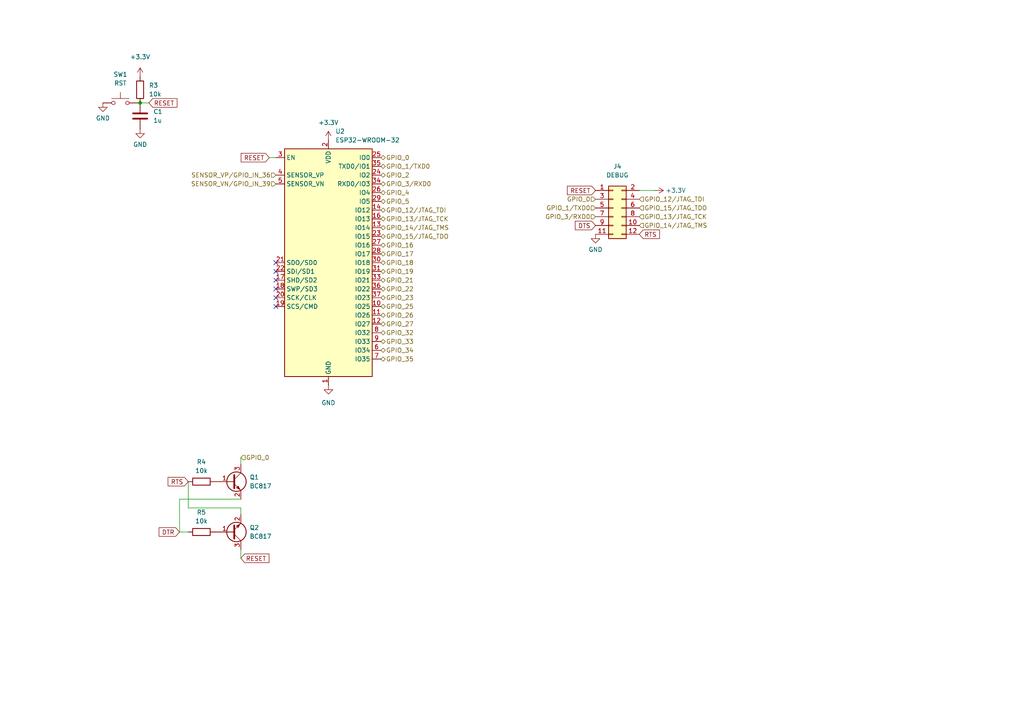
<source format=kicad_sch>
(kicad_sch (version 20211123) (generator eeschema)
  (paper "A4")
  (lib_symbols
    (symbol "Connector_Generic:Conn_02x06_Odd_Even" (pin_names (offset 1.016) hide)
      (property "Reference" "J" (at 1.27 7.62 0))
      (property "Value" "Conn_02x06_Odd_Even" (at 1.27 -10.16 0))
      (symbol "Conn_02x06_Odd_Even_1_1"
        (rectangle (start -1.27 -7.493) (end 0 -7.747) (stroke (width 0.1524)))
        (rectangle (start -1.27 -4.953) (end 0 -5.207) (stroke (width 0.1524)))
        (rectangle (start -1.27 -2.413) (end 0 -2.667) (stroke (width 0.1524)))
        (rectangle (start -1.27 0.127) (end 0 -0.127) (stroke (width 0.1524)))
        (rectangle (start -1.27 2.667) (end 0 2.413) (stroke (width 0.1524)))
        (rectangle (start -1.27 5.207) (end 0 4.953) (stroke (width 0.1524)))
        (rectangle (start -1.27 6.35) (end 3.81 -8.89) (stroke (width 0.254)) (fill (type background)))
        (rectangle (start 3.81 -7.493) (end 2.54 -7.747) (stroke (width 0.1524)))
        (rectangle (start 3.81 -4.953) (end 2.54 -5.207) (stroke (width 0.1524)))
        (rectangle (start 3.81 -2.413) (end 2.54 -2.667) (stroke (width 0.1524)))
        (rectangle (start 3.81 0.127) (end 2.54 -0.127) (stroke (width 0.1524)))
        (rectangle (start 3.81 2.667) (end 2.54 2.413) (stroke (width 0.1524)))
        (rectangle (start 3.81 5.207) (end 2.54 4.953) (stroke (width 0.1524)))
        (pin passive line (at -5.08 5.08 0) (length 3.81) (name "Pin_1") (number "1"))
        (pin passive line (at 7.62 -5.08 180) (length 3.81) (name "Pin_10") (number "10"))
        (pin passive line (at -5.08 -7.62 0) (length 3.81) (name "Pin_11") (number "11"))
        (pin passive line (at 7.62 -7.62 180) (length 3.81) (name "Pin_12") (number "12"))
        (pin passive line (at 7.62 5.08 180) (length 3.81) (name "Pin_2") (number "2"))
        (pin passive line (at -5.08 2.54 0) (length 3.81) (name "Pin_3") (number "3"))
        (pin passive line (at 7.62 2.54 180) (length 3.81) (name "Pin_4") (number "4"))
        (pin passive line (at -5.08 0 0) (length 3.81) (name "Pin_5") (number "5"))
        (pin passive line (at 7.62 0 180) (length 3.81) (name "Pin_6") (number "6"))
        (pin passive line (at -5.08 -2.54 0) (length 3.81) (name "Pin_7") (number "7"))
        (pin passive line (at 7.62 -2.54 180) (length 3.81) (name "Pin_8") (number "8"))
        (pin passive line (at -5.08 -5.08 0) (length 3.81) (name "Pin_9") (number "9"))
      )
    )
    (symbol "Device:C" (pin_numbers hide) (pin_names (offset 0.254))
      (property "Reference" "C" (at 0.635 2.54 0))
      (property "Value" "C" (at 0.635 -2.54 0))
      (symbol "C_0_1"
        (polyline (pts (xy -2.032 -0.762) (xy 2.032 -0.762)) (stroke (width 0.508)))
        (polyline (pts (xy -2.032 0.762) (xy 2.032 0.762)) (stroke (width 0.508)))
      )
      (symbol "C_1_1"
        (pin passive line (at 0 3.81 270) (length 2.794) (name "~") (number "1"))
        (pin passive line (at 0 -3.81 90) (length 2.794) (name "~") (number "2"))
      )
    )
    (symbol "Device:R" (pin_numbers hide) (pin_names (offset 0))
      (property "Reference" "R" (at 2.032 0 90))
      (property "Value" "R" (at 0 0 90))
      (symbol "R_0_1"
        (rectangle (start -1.016 -2.54) (end 1.016 2.54) (stroke (width 0.254)))
      )
      (symbol "R_1_1"
        (pin passive line (at 0 3.81 270) (length 1.27) (name "~") (number "1"))
        (pin passive line (at 0 -3.81 90) (length 1.27) (name "~") (number "2"))
      )
    )
    (symbol "RF_Module:ESP32-WROOM-32"
      (property "Reference" "U" (at -12.7 34.29 0))
      (property "Value" "ESP32-WROOM-32" (at 1.27 34.29 0))
      (symbol "ESP32-WROOM-32_0_1"
        (rectangle (start -12.7 33.02) (end 12.7 -33.02) (stroke (width 0.254)) (fill (type background)))
      )
      (symbol "ESP32-WROOM-32_1_1"
        (pin power_in line (at 0 -35.56 90) (length 2.54) (name "GND") (number "1"))
        (pin bidirectional line (at 15.24 -12.7 180) (length 2.54) (name "IO25") (number "10"))
        (pin bidirectional line (at 15.24 -15.24 180) (length 2.54) (name "IO26") (number "11"))
        (pin bidirectional line (at 15.24 -17.78 180) (length 2.54) (name "IO27") (number "12"))
        (pin bidirectional line (at 15.24 10.16 180) (length 2.54) (name "IO14") (number "13"))
        (pin bidirectional line (at 15.24 15.24 180) (length 2.54) (name "IO12") (number "14"))
        (pin passive line (at 0 -35.56 90) (length 2.54) hide (name "GND") (number "15"))
        (pin bidirectional line (at 15.24 12.7 180) (length 2.54) (name "IO13") (number "16"))
        (pin bidirectional line (at -15.24 -5.08 0) (length 2.54) (name "SHD/SD2") (number "17"))
        (pin bidirectional line (at -15.24 -7.62 0) (length 2.54) (name "SWP/SD3") (number "18"))
        (pin bidirectional line (at -15.24 -12.7 0) (length 2.54) (name "SCS/CMD") (number "19"))
        (pin power_in line (at 0 35.56 270) (length 2.54) (name "VDD") (number "2"))
        (pin bidirectional line (at -15.24 -10.16 0) (length 2.54) (name "SCK/CLK") (number "20"))
        (pin bidirectional line (at -15.24 0 0) (length 2.54) (name "SDO/SD0") (number "21"))
        (pin bidirectional line (at -15.24 -2.54 0) (length 2.54) (name "SDI/SD1") (number "22"))
        (pin bidirectional line (at 15.24 7.62 180) (length 2.54) (name "IO15") (number "23"))
        (pin bidirectional line (at 15.24 25.4 180) (length 2.54) (name "IO2") (number "24"))
        (pin bidirectional line (at 15.24 30.48 180) (length 2.54) (name "IO0") (number "25"))
        (pin bidirectional line (at 15.24 20.32 180) (length 2.54) (name "IO4") (number "26"))
        (pin bidirectional line (at 15.24 5.08 180) (length 2.54) (name "IO16") (number "27"))
        (pin bidirectional line (at 15.24 2.54 180) (length 2.54) (name "IO17") (number "28"))
        (pin bidirectional line (at 15.24 17.78 180) (length 2.54) (name "IO5") (number "29"))
        (pin input line (at -15.24 30.48 0) (length 2.54) (name "EN") (number "3"))
        (pin bidirectional line (at 15.24 0 180) (length 2.54) (name "IO18") (number "30"))
        (pin bidirectional line (at 15.24 -2.54 180) (length 2.54) (name "IO19") (number "31"))
        (pin no_connect line (at -12.7 -27.94 0) (length 2.54) hide (name "NC") (number "32"))
        (pin bidirectional line (at 15.24 -5.08 180) (length 2.54) (name "IO21") (number "33"))
        (pin bidirectional line (at 15.24 22.86 180) (length 2.54) (name "RXD0/IO3") (number "34"))
        (pin bidirectional line (at 15.24 27.94 180) (length 2.54) (name "TXD0/IO1") (number "35"))
        (pin bidirectional line (at 15.24 -7.62 180) (length 2.54) (name "IO22") (number "36"))
        (pin bidirectional line (at 15.24 -10.16 180) (length 2.54) (name "IO23") (number "37"))
        (pin passive line (at 0 -35.56 90) (length 2.54) hide (name "GND") (number "38"))
        (pin passive line (at 0 -35.56 90) (length 2.54) hide (name "GND") (number "39"))
        (pin input line (at -15.24 25.4 0) (length 2.54) (name "SENSOR_VP") (number "4"))
        (pin input line (at -15.24 22.86 0) (length 2.54) (name "SENSOR_VN") (number "5"))
        (pin input line (at 15.24 -25.4 180) (length 2.54) (name "IO34") (number "6"))
        (pin input line (at 15.24 -27.94 180) (length 2.54) (name "IO35") (number "7"))
        (pin bidirectional line (at 15.24 -20.32 180) (length 2.54) (name "IO32") (number "8"))
        (pin bidirectional line (at 15.24 -22.86 180) (length 2.54) (name "IO33") (number "9"))
      )
    )
    (symbol "Switch:SW_Push" (pin_numbers hide) (pin_names (offset 1.016) hide)
      (property "Reference" "SW" (at 1.27 2.54 0))
      (property "Value" "SW_Push" (at 0 -1.524 0))
      (symbol "SW_Push_0_1"
        (circle (center -2.032 0) (radius 0.508))
        (polyline (pts (xy 0 1.27) (xy 0 3.048)))
        (polyline (pts (xy 2.54 1.27) (xy -2.54 1.27)))
        (circle (center 2.032 0) (radius 0.508))
        (pin passive line (at -5.08 0 0) (length 2.54) (name "1") (number "1"))
        (pin passive line (at 5.08 0 180) (length 2.54) (name "2") (number "2"))
      )
    )
    (symbol "Transistor_BJT:BC817" (pin_names (offset 0) hide)
      (property "Reference" "Q" (at 5.08 1.905 0))
      (property "Value" "BC817" (at 5.08 0 0))
      (symbol "BC817_0_1"
        (polyline (pts (xy 0.635 0.635) (xy 2.54 2.54)))
        (polyline (pts (xy 0.635 -0.635) (xy 2.54 -2.54) (xy 2.54 -2.54)))
        (polyline (pts (xy 0.635 1.905) (xy 0.635 -1.905) (xy 0.635 -1.905)) (stroke (width 0.508)))
        (polyline (pts (xy 1.27 -1.778) (xy 1.778 -1.27) (xy 2.286 -2.286) (xy 1.27 -1.778) (xy 1.27 -1.778)) (fill (type outline)))
        (circle (center 1.27 0) (radius 2.8194) (stroke (width 0.254)))
      )
      (symbol "BC817_1_1"
        (pin input line (at -5.08 0 0) (length 5.715) (name "B") (number "1"))
        (pin passive line (at 2.54 -5.08 90) (length 2.54) (name "E") (number "2"))
        (pin passive line (at 2.54 5.08 270) (length 2.54) (name "C") (number "3"))
      )
    )
    (symbol "power:+3.3V" (power) (pin_names (offset 0))
      (property "Value" "+3.3V" (at 0 3.556 0))
      (symbol "+3.3V_0_1"
        (polyline (pts (xy -0.762 1.27) (xy 0 2.54)))
        (polyline (pts (xy 0 0) (xy 0 2.54)))
        (polyline (pts (xy 0 2.54) (xy 0.762 1.27)))
      )
      (symbol "+3.3V_1_1"
        (pin power_in line (at 0 0 90) (length 0) hide (name "+3.3V") (number "1"))
      )
    )
    (symbol "power:GND" (power) (pin_names (offset 0))
      (property "Value" "GND" (at 0 -3.81 0))
      (symbol "GND_0_1"
        (polyline (pts (xy 0 0) (xy 0 -1.27) (xy 1.27 -1.27) (xy 0 -2.54) (xy -1.27 -1.27) (xy 0 -1.27)))
      )
      (symbol "GND_1_1"
        (pin power_in line (at 0 0 270) (length 0) hide (name "GND") (number "1"))
      )
    )
  )
  (junction (at 40.64 29.845))
  (no_connect (at 80.01 76.2))
  (no_connect (at 80.01 78.74))
  (no_connect (at 80.01 81.28))
  (no_connect (at 80.01 83.82))
  (no_connect (at 80.01 86.36))
  (no_connect (at 80.01 88.9))
  (wire (pts (xy 54.61 139.7) (xy 54.61 147.32)))
  (wire (pts (xy 69.85 144.78) (xy 52.07 144.78)))
  (wire (pts (xy 69.85 147.32) (xy 69.85 149.225)))
  (wire (pts (xy 78.105 45.72) (xy 80.01 45.72)))
  (wire (pts (xy 43.18 29.845) (xy 40.64 29.845)))
  (wire (pts (xy 40.64 29.845) (xy 40.005 29.845)))
  (wire (pts (xy 54.61 147.32) (xy 69.85 147.32)))
  (wire (pts (xy 69.85 159.385) (xy 69.85 161.925)))
  (wire (pts (xy 52.07 144.78) (xy 52.07 154.305)))
  (wire (pts (xy 69.85 132.715) (xy 69.85 134.62)))
  (wire (pts (xy 52.07 154.305) (xy 54.61 154.305)))
  (wire (pts (xy 185.42 55.245) (xy 189.865 55.245)))
  (global_label "RESET" (shape input) (at 78.105 45.72 180) (property "Intersheet-verwijzingen" "${INTERSHEET_REFS}" (effects hide)))
  (global_label "RESET" (shape input) (at 69.85 161.925 0) (property "Intersheet-verwijzingen" "${INTERSHEET_REFS}" (effects hide)))
  (global_label "DTR" (shape input) (at 52.07 154.305 180) (property "Intersheet-verwijzingen" "${INTERSHEET_REFS}" (effects hide)))
  (global_label "RESET" (shape input) (at 172.72 55.245 180) (property "Intersheet-verwijzingen" "${INTERSHEET_REFS}" (effects hide)))
  (global_label "RTS" (shape input) (at 54.61 139.7 180) (property "Intersheet-verwijzingen" "${INTERSHEET_REFS}" (effects hide)))
  (global_label "RESET" (shape input) (at 43.18 29.845 0) (property "Intersheet-verwijzingen" "${INTERSHEET_REFS}" (effects hide)))
  (global_label "DTS" (shape input) (at 172.72 65.405 180) (property "Intersheet-verwijzingen" "${INTERSHEET_REFS}" (effects hide)))
  (global_label "RTS" (shape input) (at 185.42 67.945 0) (property "Intersheet-verwijzingen" "${INTERSHEET_REFS}" (effects hide)))
  (hierarchical_label "GPIO_23" (shape bidirectional) (at 110.49 86.36 0))
  (hierarchical_label "GPIO_15{slash}JTAG_TDO" (shape input) (at 185.42 60.325 0))
  (hierarchical_label "GPIO_17" (shape bidirectional) (at 110.49 73.66 0))
  (hierarchical_label "GPIO_0" (shape input) (at 69.85 132.715 0))
  (hierarchical_label "GPIO_22" (shape bidirectional) (at 110.49 83.82 0))
  (hierarchical_label "GPIO_14{slash}JTAG_TMS" (shape input) (at 185.42 65.405 0))
  (hierarchical_label "GPIO_19" (shape bidirectional) (at 110.49 78.74 0))
  (hierarchical_label "GPIO_2" (shape bidirectional) (at 110.49 50.8 0))
  (hierarchical_label "GPIO_35" (shape bidirectional) (at 110.49 104.14 0))
  (hierarchical_label "GPIO_14{slash}JTAG_TMS" (shape bidirectional) (at 110.49 66.04 0))
  (hierarchical_label "GPIO_3{slash}RXD0" (shape input) (at 172.72 62.865 180))
  (hierarchical_label "GPIO_18" (shape bidirectional) (at 110.49 76.2 0))
  (hierarchical_label "GPIO_33" (shape bidirectional) (at 110.49 99.06 0))
  (hierarchical_label "GPIO_32" (shape bidirectional) (at 110.49 96.52 0))
  (hierarchical_label "GPIO_27" (shape bidirectional) (at 110.49 93.98 0))
  (hierarchical_label "GPIO_0" (shape bidirectional) (at 110.49 45.72 0))
  (hierarchical_label "GPIO_0" (shape input) (at 172.72 57.785 180))
  (hierarchical_label "GPIO_25" (shape bidirectional) (at 110.49 88.9 0))
  (hierarchical_label "GPIO_12{slash}JTAG_TDI" (shape input) (at 185.42 57.785 0))
  (hierarchical_label "GPIO_4" (shape bidirectional) (at 110.49 55.88 0))
  (hierarchical_label "GPIO_3{slash}RXD0" (shape bidirectional) (at 110.49 53.34 0))
  (hierarchical_label "GPIO_13{slash}JTAG_TCK" (shape bidirectional) (at 110.49 63.5 0))
  (hierarchical_label "SENSOR_VP{slash}GPIO_IN_36" (shape input) (at 80.01 50.8 180))
  (hierarchical_label "GPIO_26" (shape bidirectional) (at 110.49 91.44 0))
  (hierarchical_label "GPIO_15{slash}JTAG_TDO" (shape bidirectional) (at 110.49 68.58 0))
  (hierarchical_label "GPIO_1{slash}TXD0" (shape input) (at 172.72 60.325 180))
  (hierarchical_label "GPIO_12{slash}JTAG_TDI" (shape bidirectional) (at 110.49 60.96 0))
  (hierarchical_label "GPIO_1{slash}TXD0" (shape bidirectional) (at 110.49 48.26 0))
  (hierarchical_label "GPIO_13{slash}JTAG_TCK" (shape input) (at 185.42 62.865 0))
  (hierarchical_label "GPIO_34" (shape bidirectional) (at 110.49 101.6 0))
  (hierarchical_label "GPIO_16" (shape bidirectional) (at 110.49 71.12 0))
  (hierarchical_label "GPIO_21" (shape bidirectional) (at 110.49 81.28 0))
  (hierarchical_label "SENSOR_VN{slash}GPIO_IN_39" (shape input) (at 80.01 53.34 180))
  (hierarchical_label "GPIO_5" (shape bidirectional) (at 110.49 58.42 0))
  (symbol (lib_id "power:GND") (at 172.72 67.945 0) (unit 1)
    (property "Reference" "#PWR027" (effects hide))
    (property "Value" "GND" (at 172.72 72.39 0))
  )
  (symbol (lib_id "Device:R") (at 58.42 154.305 90) (unit 1)
    (property "Reference" "R5" (at 58.42 148.59 90))
    (property "Value" "10k" (at 58.42 151.13 90))
  )
  (symbol (lib_id "RF_Module:ESP32-WROOM-32") (at 95.25 76.2 0) (unit 1)
    (property "Reference" "U2" (at 97.2694 38.1 0) (effects (justify left)))
    (property "Value" "ESP32-WROOM-32" (at 97.2694 40.64 0) (effects (justify left)))
    (property "Footprint" "RF_Module:ESP32-WROOM-32" (effects hide))
    (property "Datasheet" "https://www.espressif.com/sites/default/files/documentation/esp32-wroom-32_datasheet_en.pdf" (effects hide))
  )
  (symbol (lib_id "Switch:SW_Push") (at 34.925 29.845 0) (unit 1)
    (property "Reference" "SW1" (at 34.925 21.59 0))
    (property "Value" "RST" (at 34.925 24.13 0))
  )
  (symbol (lib_id "Connector_Generic:Conn_02x06_Odd_Even") (at 177.8 60.325 0) (unit 1)
    (property "Reference" "J4" (at 179.07 48.26 0))
    (property "Value" "DEBUG" (at 179.07 50.8 0))
  )
  (symbol (lib_id "Device:R") (at 40.64 26.035 0) (unit 1)
    (property "Reference" "R3" (at 43.18 24.7649 0) (effects (justify left)))
    (property "Value" "10k" (at 43.18 27.3049 0) (effects (justify left)))
  )
  (symbol (lib_id "power:+3.3V") (at 189.865 55.245 270) (unit 1)
    (property "Reference" "#PWR028" (effects hide))
    (property "Value" "+3.3V" (at 193.04 55.2449 90) (effects (justify left)))
  )
  (symbol (lib_id "Transistor_BJT:BC817") (at 67.31 154.305 0) (mirror x) (unit 1)
    (property "Reference" "Q2" (at 72.39 153.0349 0) (effects (justify left)))
    (property "Value" "BC817" (at 72.39 155.5749 0) (effects (justify left)))
    (property "Footprint" "Package_TO_SOT_SMD:SOT-23" (effects hide))
    (property "Datasheet" "https://www.onsemi.com/pub/Collateral/BC818-D.pdf" (effects hide))
  )
  (symbol (lib_id "power:+3.3V") (at 40.64 22.225 0) (unit 1)
    (property "Reference" "#PWR023" (effects hide))
    (property "Value" "+3.3V" (at 40.64 16.51 0))
  )
  (symbol (lib_id "power:+3.3V") (at 95.25 40.64 0) (unit 1)
    (property "Reference" "#PWR025" (effects hide))
    (property "Value" "+3.3V" (at 95.25 35.56 0))
  )
  (symbol (lib_id "power:GND") (at 29.845 29.845 0) (unit 1)
    (property "Reference" "#PWR022" (effects hide))
    (property "Value" "GND" (at 29.845 34.29 0))
  )
  (symbol (lib_id "Device:C") (at 40.64 33.655 0) (unit 1)
    (property "Reference" "C1" (at 44.45 32.3849 0) (effects (justify left)))
    (property "Value" "1u" (at 44.45 34.9249 0) (effects (justify left)))
  )
  (symbol (lib_id "power:GND") (at 95.25 111.76 0) (unit 1)
    (property "Reference" "#PWR026" (effects hide))
    (property "Value" "GND" (at 95.25 116.84 0))
  )
  (symbol (lib_id "Device:R") (at 58.42 139.7 90) (unit 1)
    (property "Reference" "R4" (at 58.42 133.985 90))
    (property "Value" "10k" (at 58.42 136.525 90))
  )
  (symbol (lib_id "Transistor_BJT:BC817") (at 67.31 139.7 0) (unit 1)
    (property "Reference" "Q1" (at 72.39 138.4299 0) (effects (justify left)))
    (property "Value" "BC817" (at 72.39 140.9699 0) (effects (justify left)))
    (property "Footprint" "Package_TO_SOT_SMD:SOT-23" (effects hide))
    (property "Datasheet" "https://www.onsemi.com/pub/Collateral/BC818-D.pdf" (effects hide))
  )
  (symbol (lib_id "power:GND") (at 40.64 37.465 0) (unit 1)
    (property "Reference" "#PWR024" (effects hide))
    (property "Value" "GND" (at 40.64 41.91 0))
  )
)
</source>
